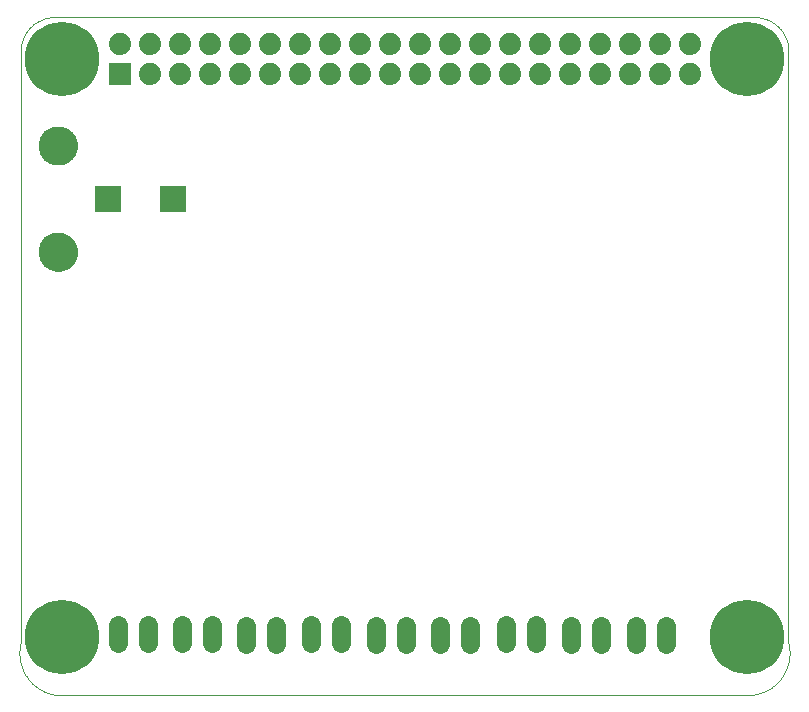
<source format=gbs>
G75*
%MOIN*%
%OFA0B0*%
%FSLAX25Y25*%
%IPPOS*%
%LPD*%
%AMOC8*
5,1,8,0,0,1.08239X$1,22.5*
%
%ADD10C,0.00100*%
%ADD11R,0.07400X0.07400*%
%ADD12C,0.07400*%
%ADD13C,0.24809*%
%ADD14R,0.08668X0.08668*%
%ADD15C,0.00000*%
%ADD16C,0.12998*%
%ADD17C,0.06400*%
D10*
X0038731Y0035000D02*
X0270731Y0035000D01*
X0271073Y0035045D01*
X0271413Y0035098D01*
X0271752Y0035160D01*
X0272090Y0035230D01*
X0272425Y0035309D01*
X0272759Y0035395D01*
X0273091Y0035490D01*
X0273420Y0035593D01*
X0273746Y0035704D01*
X0274070Y0035823D01*
X0274390Y0035949D01*
X0274708Y0036084D01*
X0275022Y0036226D01*
X0275332Y0036376D01*
X0275639Y0036534D01*
X0275941Y0036698D01*
X0276240Y0036871D01*
X0276534Y0037050D01*
X0276824Y0037237D01*
X0277109Y0037431D01*
X0277390Y0037632D01*
X0277665Y0037839D01*
X0277935Y0038053D01*
X0278200Y0038274D01*
X0278459Y0038501D01*
X0278713Y0038735D01*
X0278961Y0038974D01*
X0279203Y0039220D01*
X0279438Y0039471D01*
X0279668Y0039728D01*
X0279891Y0039991D01*
X0280108Y0040259D01*
X0280318Y0040532D01*
X0280522Y0040811D01*
X0280718Y0041094D01*
X0280908Y0041382D01*
X0281090Y0041674D01*
X0281265Y0041971D01*
X0281433Y0042272D01*
X0281593Y0042578D01*
X0281746Y0042887D01*
X0281891Y0043199D01*
X0282029Y0043515D01*
X0282159Y0043835D01*
X0282281Y0044157D01*
X0282395Y0044483D01*
X0282501Y0044811D01*
X0282599Y0045141D01*
X0282688Y0045474D01*
X0282770Y0045809D01*
X0282843Y0046146D01*
X0282908Y0046484D01*
X0282965Y0046824D01*
X0283014Y0047166D01*
X0283054Y0047508D01*
X0283085Y0047851D01*
X0283109Y0048195D01*
X0283123Y0048540D01*
X0283130Y0048884D01*
X0283128Y0049229D01*
X0283117Y0049574D01*
X0283098Y0049918D01*
X0283071Y0050261D01*
X0283035Y0050604D01*
X0282991Y0050946D01*
X0282938Y0051287D01*
X0282877Y0051626D01*
X0282808Y0051964D01*
X0282731Y0052300D01*
X0282731Y0248900D01*
X0282745Y0249176D01*
X0282753Y0249453D01*
X0282753Y0249729D01*
X0282747Y0250006D01*
X0282735Y0250282D01*
X0282715Y0250558D01*
X0282689Y0250834D01*
X0282656Y0251109D01*
X0282616Y0251382D01*
X0282569Y0251655D01*
X0282516Y0251927D01*
X0282457Y0252197D01*
X0282390Y0252466D01*
X0282317Y0252733D01*
X0282238Y0252998D01*
X0282152Y0253261D01*
X0282060Y0253521D01*
X0281961Y0253780D01*
X0281856Y0254036D01*
X0281745Y0254289D01*
X0281627Y0254540D01*
X0281504Y0254787D01*
X0281374Y0255032D01*
X0281239Y0255273D01*
X0281097Y0255511D01*
X0280950Y0255745D01*
X0280797Y0255976D01*
X0280639Y0256203D01*
X0280475Y0256426D01*
X0280305Y0256645D01*
X0280131Y0256859D01*
X0279951Y0257069D01*
X0279766Y0257275D01*
X0279576Y0257476D01*
X0279381Y0257673D01*
X0279182Y0257865D01*
X0278977Y0258051D01*
X0278769Y0258233D01*
X0278555Y0258409D01*
X0278338Y0258581D01*
X0278117Y0258746D01*
X0277891Y0258907D01*
X0277662Y0259062D01*
X0277429Y0259211D01*
X0277192Y0259354D01*
X0276952Y0259491D01*
X0276708Y0259623D01*
X0276462Y0259749D01*
X0276212Y0259868D01*
X0275960Y0259982D01*
X0275705Y0260089D01*
X0275447Y0260190D01*
X0275187Y0260284D01*
X0274925Y0260372D01*
X0274660Y0260454D01*
X0274394Y0260529D01*
X0274126Y0260598D01*
X0273856Y0260660D01*
X0273585Y0260715D01*
X0273313Y0260764D01*
X0273039Y0260806D01*
X0272765Y0260841D01*
X0272490Y0260870D01*
X0272214Y0260892D01*
X0271938Y0260907D01*
X0271661Y0260915D01*
X0271384Y0260917D01*
X0271108Y0260912D01*
X0270831Y0260900D01*
X0038831Y0260900D01*
X0038830Y0260900D02*
X0038554Y0260914D01*
X0038277Y0260922D01*
X0038001Y0260922D01*
X0037724Y0260916D01*
X0037448Y0260904D01*
X0037172Y0260884D01*
X0036896Y0260858D01*
X0036621Y0260825D01*
X0036348Y0260785D01*
X0036075Y0260738D01*
X0035803Y0260685D01*
X0035533Y0260626D01*
X0035264Y0260559D01*
X0034997Y0260486D01*
X0034732Y0260407D01*
X0034469Y0260321D01*
X0034209Y0260229D01*
X0033950Y0260130D01*
X0033694Y0260025D01*
X0033441Y0259914D01*
X0033190Y0259796D01*
X0032943Y0259673D01*
X0032698Y0259543D01*
X0032457Y0259408D01*
X0032219Y0259266D01*
X0031985Y0259119D01*
X0031754Y0258966D01*
X0031527Y0258808D01*
X0031304Y0258644D01*
X0031085Y0258474D01*
X0030871Y0258300D01*
X0030661Y0258120D01*
X0030455Y0257935D01*
X0030254Y0257745D01*
X0030057Y0257550D01*
X0029865Y0257351D01*
X0029679Y0257146D01*
X0029497Y0256938D01*
X0029321Y0256724D01*
X0029149Y0256507D01*
X0028984Y0256286D01*
X0028823Y0256060D01*
X0028668Y0255831D01*
X0028519Y0255598D01*
X0028376Y0255361D01*
X0028239Y0255121D01*
X0028107Y0254877D01*
X0027981Y0254631D01*
X0027862Y0254381D01*
X0027748Y0254129D01*
X0027641Y0253874D01*
X0027540Y0253616D01*
X0027446Y0253356D01*
X0027358Y0253094D01*
X0027276Y0252829D01*
X0027201Y0252563D01*
X0027132Y0252295D01*
X0027070Y0252025D01*
X0027015Y0251754D01*
X0026966Y0251482D01*
X0026924Y0251208D01*
X0026889Y0250934D01*
X0026860Y0250659D01*
X0026838Y0250383D01*
X0026823Y0250107D01*
X0026815Y0249830D01*
X0026813Y0249553D01*
X0026818Y0249277D01*
X0026830Y0249000D01*
X0026831Y0249000D02*
X0026831Y0052400D01*
X0026751Y0052064D01*
X0026680Y0051727D01*
X0026617Y0051387D01*
X0026562Y0051047D01*
X0026515Y0050705D01*
X0026477Y0050362D01*
X0026447Y0050018D01*
X0026426Y0049673D01*
X0026413Y0049328D01*
X0026409Y0048983D01*
X0026413Y0048638D01*
X0026426Y0048293D01*
X0026447Y0047949D01*
X0026476Y0047605D01*
X0026514Y0047262D01*
X0026560Y0046920D01*
X0026615Y0046579D01*
X0026678Y0046239D01*
X0026749Y0045902D01*
X0026828Y0045566D01*
X0026916Y0045232D01*
X0027012Y0044900D01*
X0027116Y0044571D01*
X0027228Y0044245D01*
X0027348Y0043921D01*
X0027476Y0043601D01*
X0027611Y0043283D01*
X0027755Y0042969D01*
X0027906Y0042659D01*
X0028064Y0042352D01*
X0028230Y0042050D01*
X0028404Y0041751D01*
X0028584Y0041457D01*
X0028772Y0041168D01*
X0028967Y0040883D01*
X0029169Y0040603D01*
X0029377Y0040328D01*
X0029592Y0040058D01*
X0029814Y0039793D01*
X0030042Y0039534D01*
X0030277Y0039281D01*
X0030518Y0039034D01*
X0030764Y0038792D01*
X0031017Y0038557D01*
X0031275Y0038328D01*
X0031538Y0038105D01*
X0031807Y0037889D01*
X0032082Y0037679D01*
X0032361Y0037476D01*
X0032645Y0037280D01*
X0032934Y0037092D01*
X0033227Y0036910D01*
X0033525Y0036735D01*
X0033827Y0036568D01*
X0034133Y0036409D01*
X0034443Y0036256D01*
X0034756Y0036112D01*
X0035073Y0035975D01*
X0035393Y0035846D01*
X0035717Y0035725D01*
X0036043Y0035612D01*
X0036372Y0035507D01*
X0036703Y0035410D01*
X0037036Y0035321D01*
X0037372Y0035240D01*
X0037709Y0035168D01*
X0038048Y0035104D01*
X0038389Y0035048D01*
X0038731Y0035000D01*
D11*
X0059783Y0242093D03*
D12*
X0059783Y0252093D03*
X0069783Y0252093D03*
X0079783Y0252093D03*
X0079783Y0242093D03*
X0069783Y0242093D03*
X0089783Y0242093D03*
X0089783Y0252093D03*
X0099783Y0252093D03*
X0099783Y0242093D03*
X0109783Y0242093D03*
X0109783Y0252093D03*
X0119783Y0252093D03*
X0129783Y0252093D03*
X0129783Y0242093D03*
X0119783Y0242093D03*
X0139783Y0242093D03*
X0139783Y0252093D03*
X0149783Y0252093D03*
X0149783Y0242093D03*
X0159783Y0242093D03*
X0169783Y0242093D03*
X0169783Y0252093D03*
X0159783Y0252093D03*
X0179783Y0252093D03*
X0179783Y0242093D03*
X0189783Y0242093D03*
X0189783Y0252093D03*
X0199783Y0252093D03*
X0209783Y0252093D03*
X0209783Y0242093D03*
X0199783Y0242093D03*
X0219783Y0242093D03*
X0219783Y0252093D03*
X0229783Y0252093D03*
X0229783Y0242093D03*
X0239783Y0242093D03*
X0249783Y0242093D03*
X0249783Y0252093D03*
X0239783Y0252093D03*
D13*
X0268957Y0247093D03*
X0040610Y0247093D03*
X0040610Y0054180D03*
X0268957Y0054180D03*
D14*
X0077484Y0200400D03*
X0055831Y0200400D03*
D15*
X0032996Y0218117D02*
X0032998Y0218275D01*
X0033004Y0218433D01*
X0033014Y0218591D01*
X0033028Y0218749D01*
X0033046Y0218906D01*
X0033067Y0219063D01*
X0033093Y0219219D01*
X0033123Y0219375D01*
X0033156Y0219530D01*
X0033194Y0219683D01*
X0033235Y0219836D01*
X0033280Y0219988D01*
X0033329Y0220139D01*
X0033382Y0220288D01*
X0033438Y0220436D01*
X0033498Y0220582D01*
X0033562Y0220727D01*
X0033630Y0220870D01*
X0033701Y0221012D01*
X0033775Y0221152D01*
X0033853Y0221289D01*
X0033935Y0221425D01*
X0034019Y0221559D01*
X0034108Y0221690D01*
X0034199Y0221819D01*
X0034294Y0221946D01*
X0034391Y0222071D01*
X0034492Y0222193D01*
X0034596Y0222312D01*
X0034703Y0222429D01*
X0034813Y0222543D01*
X0034926Y0222654D01*
X0035041Y0222763D01*
X0035159Y0222868D01*
X0035280Y0222970D01*
X0035403Y0223070D01*
X0035529Y0223166D01*
X0035657Y0223259D01*
X0035787Y0223349D01*
X0035920Y0223435D01*
X0036055Y0223519D01*
X0036191Y0223598D01*
X0036330Y0223675D01*
X0036471Y0223747D01*
X0036613Y0223817D01*
X0036757Y0223882D01*
X0036903Y0223944D01*
X0037050Y0224002D01*
X0037199Y0224057D01*
X0037349Y0224108D01*
X0037500Y0224155D01*
X0037652Y0224198D01*
X0037805Y0224237D01*
X0037960Y0224273D01*
X0038115Y0224304D01*
X0038271Y0224332D01*
X0038427Y0224356D01*
X0038584Y0224376D01*
X0038742Y0224392D01*
X0038899Y0224404D01*
X0039058Y0224412D01*
X0039216Y0224416D01*
X0039374Y0224416D01*
X0039532Y0224412D01*
X0039691Y0224404D01*
X0039848Y0224392D01*
X0040006Y0224376D01*
X0040163Y0224356D01*
X0040319Y0224332D01*
X0040475Y0224304D01*
X0040630Y0224273D01*
X0040785Y0224237D01*
X0040938Y0224198D01*
X0041090Y0224155D01*
X0041241Y0224108D01*
X0041391Y0224057D01*
X0041540Y0224002D01*
X0041687Y0223944D01*
X0041833Y0223882D01*
X0041977Y0223817D01*
X0042119Y0223747D01*
X0042260Y0223675D01*
X0042399Y0223598D01*
X0042535Y0223519D01*
X0042670Y0223435D01*
X0042803Y0223349D01*
X0042933Y0223259D01*
X0043061Y0223166D01*
X0043187Y0223070D01*
X0043310Y0222970D01*
X0043431Y0222868D01*
X0043549Y0222763D01*
X0043664Y0222654D01*
X0043777Y0222543D01*
X0043887Y0222429D01*
X0043994Y0222312D01*
X0044098Y0222193D01*
X0044199Y0222071D01*
X0044296Y0221946D01*
X0044391Y0221819D01*
X0044482Y0221690D01*
X0044571Y0221559D01*
X0044655Y0221425D01*
X0044737Y0221289D01*
X0044815Y0221152D01*
X0044889Y0221012D01*
X0044960Y0220870D01*
X0045028Y0220727D01*
X0045092Y0220582D01*
X0045152Y0220436D01*
X0045208Y0220288D01*
X0045261Y0220139D01*
X0045310Y0219988D01*
X0045355Y0219836D01*
X0045396Y0219683D01*
X0045434Y0219530D01*
X0045467Y0219375D01*
X0045497Y0219219D01*
X0045523Y0219063D01*
X0045544Y0218906D01*
X0045562Y0218749D01*
X0045576Y0218591D01*
X0045586Y0218433D01*
X0045592Y0218275D01*
X0045594Y0218117D01*
X0045592Y0217959D01*
X0045586Y0217801D01*
X0045576Y0217643D01*
X0045562Y0217485D01*
X0045544Y0217328D01*
X0045523Y0217171D01*
X0045497Y0217015D01*
X0045467Y0216859D01*
X0045434Y0216704D01*
X0045396Y0216551D01*
X0045355Y0216398D01*
X0045310Y0216246D01*
X0045261Y0216095D01*
X0045208Y0215946D01*
X0045152Y0215798D01*
X0045092Y0215652D01*
X0045028Y0215507D01*
X0044960Y0215364D01*
X0044889Y0215222D01*
X0044815Y0215082D01*
X0044737Y0214945D01*
X0044655Y0214809D01*
X0044571Y0214675D01*
X0044482Y0214544D01*
X0044391Y0214415D01*
X0044296Y0214288D01*
X0044199Y0214163D01*
X0044098Y0214041D01*
X0043994Y0213922D01*
X0043887Y0213805D01*
X0043777Y0213691D01*
X0043664Y0213580D01*
X0043549Y0213471D01*
X0043431Y0213366D01*
X0043310Y0213264D01*
X0043187Y0213164D01*
X0043061Y0213068D01*
X0042933Y0212975D01*
X0042803Y0212885D01*
X0042670Y0212799D01*
X0042535Y0212715D01*
X0042399Y0212636D01*
X0042260Y0212559D01*
X0042119Y0212487D01*
X0041977Y0212417D01*
X0041833Y0212352D01*
X0041687Y0212290D01*
X0041540Y0212232D01*
X0041391Y0212177D01*
X0041241Y0212126D01*
X0041090Y0212079D01*
X0040938Y0212036D01*
X0040785Y0211997D01*
X0040630Y0211961D01*
X0040475Y0211930D01*
X0040319Y0211902D01*
X0040163Y0211878D01*
X0040006Y0211858D01*
X0039848Y0211842D01*
X0039691Y0211830D01*
X0039532Y0211822D01*
X0039374Y0211818D01*
X0039216Y0211818D01*
X0039058Y0211822D01*
X0038899Y0211830D01*
X0038742Y0211842D01*
X0038584Y0211858D01*
X0038427Y0211878D01*
X0038271Y0211902D01*
X0038115Y0211930D01*
X0037960Y0211961D01*
X0037805Y0211997D01*
X0037652Y0212036D01*
X0037500Y0212079D01*
X0037349Y0212126D01*
X0037199Y0212177D01*
X0037050Y0212232D01*
X0036903Y0212290D01*
X0036757Y0212352D01*
X0036613Y0212417D01*
X0036471Y0212487D01*
X0036330Y0212559D01*
X0036191Y0212636D01*
X0036055Y0212715D01*
X0035920Y0212799D01*
X0035787Y0212885D01*
X0035657Y0212975D01*
X0035529Y0213068D01*
X0035403Y0213164D01*
X0035280Y0213264D01*
X0035159Y0213366D01*
X0035041Y0213471D01*
X0034926Y0213580D01*
X0034813Y0213691D01*
X0034703Y0213805D01*
X0034596Y0213922D01*
X0034492Y0214041D01*
X0034391Y0214163D01*
X0034294Y0214288D01*
X0034199Y0214415D01*
X0034108Y0214544D01*
X0034019Y0214675D01*
X0033935Y0214809D01*
X0033853Y0214945D01*
X0033775Y0215082D01*
X0033701Y0215222D01*
X0033630Y0215364D01*
X0033562Y0215507D01*
X0033498Y0215652D01*
X0033438Y0215798D01*
X0033382Y0215946D01*
X0033329Y0216095D01*
X0033280Y0216246D01*
X0033235Y0216398D01*
X0033194Y0216551D01*
X0033156Y0216704D01*
X0033123Y0216859D01*
X0033093Y0217015D01*
X0033067Y0217171D01*
X0033046Y0217328D01*
X0033028Y0217485D01*
X0033014Y0217643D01*
X0033004Y0217801D01*
X0032998Y0217959D01*
X0032996Y0218117D01*
X0032996Y0182683D02*
X0032998Y0182841D01*
X0033004Y0182999D01*
X0033014Y0183157D01*
X0033028Y0183315D01*
X0033046Y0183472D01*
X0033067Y0183629D01*
X0033093Y0183785D01*
X0033123Y0183941D01*
X0033156Y0184096D01*
X0033194Y0184249D01*
X0033235Y0184402D01*
X0033280Y0184554D01*
X0033329Y0184705D01*
X0033382Y0184854D01*
X0033438Y0185002D01*
X0033498Y0185148D01*
X0033562Y0185293D01*
X0033630Y0185436D01*
X0033701Y0185578D01*
X0033775Y0185718D01*
X0033853Y0185855D01*
X0033935Y0185991D01*
X0034019Y0186125D01*
X0034108Y0186256D01*
X0034199Y0186385D01*
X0034294Y0186512D01*
X0034391Y0186637D01*
X0034492Y0186759D01*
X0034596Y0186878D01*
X0034703Y0186995D01*
X0034813Y0187109D01*
X0034926Y0187220D01*
X0035041Y0187329D01*
X0035159Y0187434D01*
X0035280Y0187536D01*
X0035403Y0187636D01*
X0035529Y0187732D01*
X0035657Y0187825D01*
X0035787Y0187915D01*
X0035920Y0188001D01*
X0036055Y0188085D01*
X0036191Y0188164D01*
X0036330Y0188241D01*
X0036471Y0188313D01*
X0036613Y0188383D01*
X0036757Y0188448D01*
X0036903Y0188510D01*
X0037050Y0188568D01*
X0037199Y0188623D01*
X0037349Y0188674D01*
X0037500Y0188721D01*
X0037652Y0188764D01*
X0037805Y0188803D01*
X0037960Y0188839D01*
X0038115Y0188870D01*
X0038271Y0188898D01*
X0038427Y0188922D01*
X0038584Y0188942D01*
X0038742Y0188958D01*
X0038899Y0188970D01*
X0039058Y0188978D01*
X0039216Y0188982D01*
X0039374Y0188982D01*
X0039532Y0188978D01*
X0039691Y0188970D01*
X0039848Y0188958D01*
X0040006Y0188942D01*
X0040163Y0188922D01*
X0040319Y0188898D01*
X0040475Y0188870D01*
X0040630Y0188839D01*
X0040785Y0188803D01*
X0040938Y0188764D01*
X0041090Y0188721D01*
X0041241Y0188674D01*
X0041391Y0188623D01*
X0041540Y0188568D01*
X0041687Y0188510D01*
X0041833Y0188448D01*
X0041977Y0188383D01*
X0042119Y0188313D01*
X0042260Y0188241D01*
X0042399Y0188164D01*
X0042535Y0188085D01*
X0042670Y0188001D01*
X0042803Y0187915D01*
X0042933Y0187825D01*
X0043061Y0187732D01*
X0043187Y0187636D01*
X0043310Y0187536D01*
X0043431Y0187434D01*
X0043549Y0187329D01*
X0043664Y0187220D01*
X0043777Y0187109D01*
X0043887Y0186995D01*
X0043994Y0186878D01*
X0044098Y0186759D01*
X0044199Y0186637D01*
X0044296Y0186512D01*
X0044391Y0186385D01*
X0044482Y0186256D01*
X0044571Y0186125D01*
X0044655Y0185991D01*
X0044737Y0185855D01*
X0044815Y0185718D01*
X0044889Y0185578D01*
X0044960Y0185436D01*
X0045028Y0185293D01*
X0045092Y0185148D01*
X0045152Y0185002D01*
X0045208Y0184854D01*
X0045261Y0184705D01*
X0045310Y0184554D01*
X0045355Y0184402D01*
X0045396Y0184249D01*
X0045434Y0184096D01*
X0045467Y0183941D01*
X0045497Y0183785D01*
X0045523Y0183629D01*
X0045544Y0183472D01*
X0045562Y0183315D01*
X0045576Y0183157D01*
X0045586Y0182999D01*
X0045592Y0182841D01*
X0045594Y0182683D01*
X0045592Y0182525D01*
X0045586Y0182367D01*
X0045576Y0182209D01*
X0045562Y0182051D01*
X0045544Y0181894D01*
X0045523Y0181737D01*
X0045497Y0181581D01*
X0045467Y0181425D01*
X0045434Y0181270D01*
X0045396Y0181117D01*
X0045355Y0180964D01*
X0045310Y0180812D01*
X0045261Y0180661D01*
X0045208Y0180512D01*
X0045152Y0180364D01*
X0045092Y0180218D01*
X0045028Y0180073D01*
X0044960Y0179930D01*
X0044889Y0179788D01*
X0044815Y0179648D01*
X0044737Y0179511D01*
X0044655Y0179375D01*
X0044571Y0179241D01*
X0044482Y0179110D01*
X0044391Y0178981D01*
X0044296Y0178854D01*
X0044199Y0178729D01*
X0044098Y0178607D01*
X0043994Y0178488D01*
X0043887Y0178371D01*
X0043777Y0178257D01*
X0043664Y0178146D01*
X0043549Y0178037D01*
X0043431Y0177932D01*
X0043310Y0177830D01*
X0043187Y0177730D01*
X0043061Y0177634D01*
X0042933Y0177541D01*
X0042803Y0177451D01*
X0042670Y0177365D01*
X0042535Y0177281D01*
X0042399Y0177202D01*
X0042260Y0177125D01*
X0042119Y0177053D01*
X0041977Y0176983D01*
X0041833Y0176918D01*
X0041687Y0176856D01*
X0041540Y0176798D01*
X0041391Y0176743D01*
X0041241Y0176692D01*
X0041090Y0176645D01*
X0040938Y0176602D01*
X0040785Y0176563D01*
X0040630Y0176527D01*
X0040475Y0176496D01*
X0040319Y0176468D01*
X0040163Y0176444D01*
X0040006Y0176424D01*
X0039848Y0176408D01*
X0039691Y0176396D01*
X0039532Y0176388D01*
X0039374Y0176384D01*
X0039216Y0176384D01*
X0039058Y0176388D01*
X0038899Y0176396D01*
X0038742Y0176408D01*
X0038584Y0176424D01*
X0038427Y0176444D01*
X0038271Y0176468D01*
X0038115Y0176496D01*
X0037960Y0176527D01*
X0037805Y0176563D01*
X0037652Y0176602D01*
X0037500Y0176645D01*
X0037349Y0176692D01*
X0037199Y0176743D01*
X0037050Y0176798D01*
X0036903Y0176856D01*
X0036757Y0176918D01*
X0036613Y0176983D01*
X0036471Y0177053D01*
X0036330Y0177125D01*
X0036191Y0177202D01*
X0036055Y0177281D01*
X0035920Y0177365D01*
X0035787Y0177451D01*
X0035657Y0177541D01*
X0035529Y0177634D01*
X0035403Y0177730D01*
X0035280Y0177830D01*
X0035159Y0177932D01*
X0035041Y0178037D01*
X0034926Y0178146D01*
X0034813Y0178257D01*
X0034703Y0178371D01*
X0034596Y0178488D01*
X0034492Y0178607D01*
X0034391Y0178729D01*
X0034294Y0178854D01*
X0034199Y0178981D01*
X0034108Y0179110D01*
X0034019Y0179241D01*
X0033935Y0179375D01*
X0033853Y0179511D01*
X0033775Y0179648D01*
X0033701Y0179788D01*
X0033630Y0179930D01*
X0033562Y0180073D01*
X0033498Y0180218D01*
X0033438Y0180364D01*
X0033382Y0180512D01*
X0033329Y0180661D01*
X0033280Y0180812D01*
X0033235Y0180964D01*
X0033194Y0181117D01*
X0033156Y0181270D01*
X0033123Y0181425D01*
X0033093Y0181581D01*
X0033067Y0181737D01*
X0033046Y0181894D01*
X0033028Y0182051D01*
X0033014Y0182209D01*
X0033004Y0182367D01*
X0032998Y0182525D01*
X0032996Y0182683D01*
D16*
X0039295Y0182683D03*
X0039295Y0218117D03*
D17*
X0059231Y0058300D02*
X0059231Y0052300D01*
X0069231Y0052300D02*
X0069231Y0058300D01*
X0080631Y0058200D02*
X0080631Y0052200D01*
X0090631Y0052200D02*
X0090631Y0058200D01*
X0101931Y0058100D02*
X0101931Y0052100D01*
X0111931Y0052100D02*
X0111931Y0058100D01*
X0123531Y0058200D02*
X0123531Y0052200D01*
X0133531Y0052200D02*
X0133531Y0058200D01*
X0145231Y0058100D02*
X0145231Y0052100D01*
X0155231Y0052100D02*
X0155231Y0058100D01*
X0166731Y0058000D02*
X0166731Y0052000D01*
X0176731Y0052000D02*
X0176731Y0058000D01*
X0188631Y0058200D02*
X0188631Y0052200D01*
X0198631Y0052200D02*
X0198631Y0058200D01*
X0210331Y0058100D02*
X0210331Y0052100D01*
X0220331Y0052100D02*
X0220331Y0058100D01*
X0231831Y0058100D02*
X0231831Y0052100D01*
X0241831Y0052100D02*
X0241831Y0058100D01*
M02*

</source>
